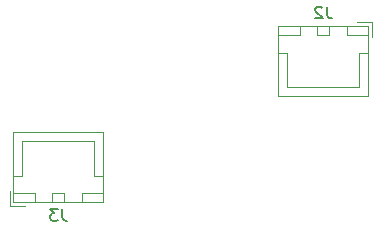
<source format=gbr>
%TF.GenerationSoftware,KiCad,Pcbnew,8.0.6*%
%TF.CreationDate,2024-11-14T22:36:56-05:00*%
%TF.ProjectId,BoostPCB,426f6f73-7450-4434-922e-6b696361645f,rev?*%
%TF.SameCoordinates,Original*%
%TF.FileFunction,Legend,Bot*%
%TF.FilePolarity,Positive*%
%FSLAX46Y46*%
G04 Gerber Fmt 4.6, Leading zero omitted, Abs format (unit mm)*
G04 Created by KiCad (PCBNEW 8.0.6) date 2024-11-14 22:36:56*
%MOMM*%
%LPD*%
G01*
G04 APERTURE LIST*
%ADD10C,0.150000*%
%ADD11C,0.120000*%
G04 APERTURE END LIST*
D10*
X57443333Y-108519819D02*
X57443333Y-109234104D01*
X57443333Y-109234104D02*
X57490952Y-109376961D01*
X57490952Y-109376961D02*
X57586190Y-109472200D01*
X57586190Y-109472200D02*
X57729047Y-109519819D01*
X57729047Y-109519819D02*
X57824285Y-109519819D01*
X57062380Y-108519819D02*
X56443333Y-108519819D01*
X56443333Y-108519819D02*
X56776666Y-108900771D01*
X56776666Y-108900771D02*
X56633809Y-108900771D01*
X56633809Y-108900771D02*
X56538571Y-108948390D01*
X56538571Y-108948390D02*
X56490952Y-108996009D01*
X56490952Y-108996009D02*
X56443333Y-109091247D01*
X56443333Y-109091247D02*
X56443333Y-109329342D01*
X56443333Y-109329342D02*
X56490952Y-109424580D01*
X56490952Y-109424580D02*
X56538571Y-109472200D01*
X56538571Y-109472200D02*
X56633809Y-109519819D01*
X56633809Y-109519819D02*
X56919523Y-109519819D01*
X56919523Y-109519819D02*
X57014761Y-109472200D01*
X57014761Y-109472200D02*
X57062380Y-109424580D01*
X79873333Y-91384819D02*
X79873333Y-92099104D01*
X79873333Y-92099104D02*
X79920952Y-92241961D01*
X79920952Y-92241961D02*
X80016190Y-92337200D01*
X80016190Y-92337200D02*
X80159047Y-92384819D01*
X80159047Y-92384819D02*
X80254285Y-92384819D01*
X79444761Y-91480057D02*
X79397142Y-91432438D01*
X79397142Y-91432438D02*
X79301904Y-91384819D01*
X79301904Y-91384819D02*
X79063809Y-91384819D01*
X79063809Y-91384819D02*
X78968571Y-91432438D01*
X78968571Y-91432438D02*
X78920952Y-91480057D01*
X78920952Y-91480057D02*
X78873333Y-91575295D01*
X78873333Y-91575295D02*
X78873333Y-91670533D01*
X78873333Y-91670533D02*
X78920952Y-91813390D01*
X78920952Y-91813390D02*
X79492380Y-92384819D01*
X79492380Y-92384819D02*
X78873333Y-92384819D01*
D11*
%TO.C,J3*%
X53010000Y-107015000D02*
X53010000Y-108265000D01*
X53010000Y-108265000D02*
X54260000Y-108265000D01*
X53300000Y-102005000D02*
X53300000Y-107975000D01*
X53300000Y-107975000D02*
X60920000Y-107975000D01*
X53310000Y-107215000D02*
X53310000Y-107965000D01*
X53310000Y-107965000D02*
X55110000Y-107965000D01*
X54060000Y-102765000D02*
X54060000Y-105715000D01*
X54060000Y-105715000D02*
X53310000Y-105715000D01*
X55110000Y-107215000D02*
X53310000Y-107215000D01*
X55110000Y-107965000D02*
X55110000Y-107215000D01*
X56610000Y-107215000D02*
X56610000Y-107965000D01*
X56610000Y-107965000D02*
X57610000Y-107965000D01*
X57110000Y-102765000D02*
X54060000Y-102765000D01*
X57110000Y-102765000D02*
X60160000Y-102765000D01*
X57610000Y-107215000D02*
X56610000Y-107215000D01*
X57610000Y-107965000D02*
X57610000Y-107215000D01*
X59110000Y-107215000D02*
X59110000Y-107965000D01*
X59110000Y-107965000D02*
X60910000Y-107965000D01*
X60160000Y-102765000D02*
X60160000Y-105715000D01*
X60160000Y-105715000D02*
X60910000Y-105715000D01*
X60910000Y-107215000D02*
X59110000Y-107215000D01*
X60910000Y-107965000D02*
X60910000Y-107215000D01*
X60920000Y-102005000D02*
X53300000Y-102005000D01*
X60920000Y-107975000D02*
X60920000Y-102005000D01*
%TO.C,J2*%
X75730000Y-93020000D02*
X75730000Y-98990000D01*
X75730000Y-98990000D02*
X83350000Y-98990000D01*
X75740000Y-93030000D02*
X75740000Y-93780000D01*
X75740000Y-93780000D02*
X77540000Y-93780000D01*
X76490000Y-95280000D02*
X75740000Y-95280000D01*
X76490000Y-98230000D02*
X76490000Y-95280000D01*
X77540000Y-93030000D02*
X75740000Y-93030000D01*
X77540000Y-93780000D02*
X77540000Y-93030000D01*
X79040000Y-93030000D02*
X79040000Y-93780000D01*
X79040000Y-93780000D02*
X80040000Y-93780000D01*
X79540000Y-98230000D02*
X76490000Y-98230000D01*
X79540000Y-98230000D02*
X82590000Y-98230000D01*
X80040000Y-93030000D02*
X79040000Y-93030000D01*
X80040000Y-93780000D02*
X80040000Y-93030000D01*
X81540000Y-93030000D02*
X81540000Y-93780000D01*
X81540000Y-93780000D02*
X83340000Y-93780000D01*
X82590000Y-95280000D02*
X83340000Y-95280000D01*
X82590000Y-98230000D02*
X82590000Y-95280000D01*
X83340000Y-93030000D02*
X81540000Y-93030000D01*
X83340000Y-93780000D02*
X83340000Y-93030000D01*
X83350000Y-93020000D02*
X75730000Y-93020000D01*
X83350000Y-98990000D02*
X83350000Y-93020000D01*
X83640000Y-92730000D02*
X82390000Y-92730000D01*
X83640000Y-93980000D02*
X83640000Y-92730000D01*
%TD*%
M02*

</source>
